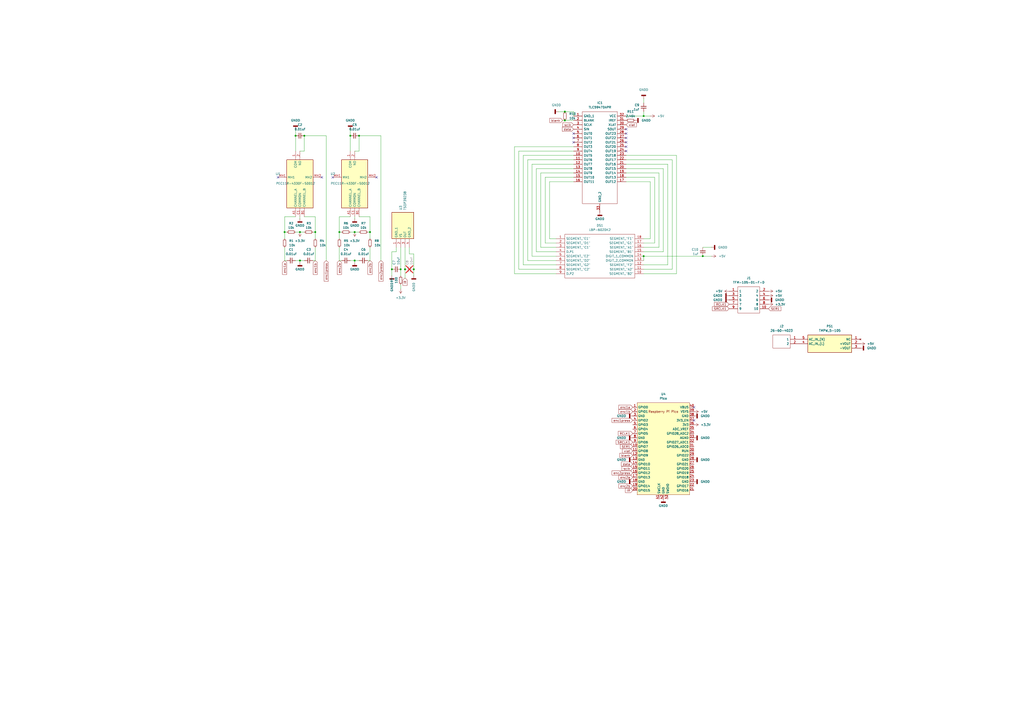
<source format=kicad_sch>
(kicad_sch (version 20231120) (generator "eeschema") (generator_version "8.0")
  (paper "A2")
  (lib_symbols
    (symbol "Device:C_Small" (pin_numbers hide) (pin_names (offset 0.254) hide)
      (property "Reference" "C" (at 0.254 1.778 0))
      (property "Value" "C_Small" (at 0.254 -2.032 0))
      (symbol "C_Small_0_1"
        (polyline (pts (xy -1.524 -0.508) (xy 1.524 -0.508)) (stroke (width 0.3302)))
        (polyline (pts (xy -1.524 0.508) (xy 1.524 0.508)) (stroke (width 0.3048)))
      )
      (symbol "C_Small_1_1"
        (pin passive line (at 0 2.54 270) (length 2.032) (name "~") (number "1"))
        (pin passive line (at 0 -2.54 90) (length 2.032) (name "~") (number "2"))
      )
    )
    (symbol "Device:R_Small" (pin_numbers hide) (pin_names (offset 0.254) hide)
      (property "Reference" "R" (at 0.762 0.508 0))
      (property "Value" "R_Small" (at 0.762 -1.016 0))
      (symbol "R_Small_0_1"
        (rectangle (start -0.762 1.778) (end 0.762 -1.778) (stroke (width 0.2032)))
      )
      (symbol "R_Small_1_1"
        (pin passive line (at 0 2.54 270) (length 0.762) (name "~") (number "1"))
        (pin passive line (at 0 -2.54 90) (length 0.762) (name "~") (number "2"))
      )
    )
    (symbol "MCU_RaspberryPi_and_Boards:Pico"
      (property "Reference" "U" (at -13.97 27.94 0))
      (property "Value" "Pico" (at 0 19.05 0))
      (symbol "Pico_0_0"
        (text "Raspberry Pi Pico" (at 0 21.59 0) (effects (font (size 1.27 1.27))))
      )
      (symbol "Pico_0_1"
        (rectangle (start -15.24 26.67) (end 15.24 -26.67) (fill (type background)))
      )
      (symbol "Pico_1_1"
        (pin bidirectional line (at -17.78 24.13 0) (length 2.54) (name "GPIO0") (number "1"))
        (pin bidirectional line (at -17.78 1.27 0) (length 2.54) (name "GPIO7") (number "10"))
        (pin bidirectional line (at -17.78 -1.27 0) (length 2.54) (name "GPIO8") (number "11"))
        (pin bidirectional line (at -17.78 -3.81 0) (length 2.54) (name "GPIO9") (number "12"))
        (pin power_in line (at -17.78 -6.35 0) (length 2.54) (name "GND") (number "13"))
        (pin bidirectional line (at -17.78 -8.89 0) (length 2.54) (name "GPIO10") (number "14"))
        (pin bidirectional line (at -17.78 -11.43 0) (length 2.54) (name "GPIO11") (number "15"))
        (pin bidirectional line (at -17.78 -13.97 0) (length 2.54) (name "GPIO12") (number "16"))
        (pin bidirectional line (at -17.78 -16.51 0) (length 2.54) (name "GPIO13") (number "17"))
        (pin power_in line (at -17.78 -19.05 0) (length 2.54) (name "GND") (number "18"))
        (pin bidirectional line (at -17.78 -21.59 0) (length 2.54) (name "GPIO14") (number "19"))
        (pin bidirectional line (at -17.78 21.59 0) (length 2.54) (name "GPIO1") (number "2"))
        (pin bidirectional line (at -17.78 -24.13 0) (length 2.54) (name "GPIO15") (number "20"))
        (pin bidirectional line (at 17.78 -24.13 180) (length 2.54) (name "GPIO16") (number "21"))
        (pin bidirectional line (at 17.78 -21.59 180) (length 2.54) (name "GPIO17") (number "22"))
        (pin power_in line (at 17.78 -19.05 180) (length 2.54) (name "GND") (number "23"))
        (pin bidirectional line (at 17.78 -16.51 180) (length 2.54) (name "GPIO18") (number "24"))
        (pin bidirectional line (at 17.78 -13.97 180) (length 2.54) (name "GPIO19") (number "25"))
        (pin bidirectional line (at 17.78 -11.43 180) (length 2.54) (name "GPIO20") (number "26"))
        (pin bidirectional line (at 17.78 -8.89 180) (length 2.54) (name "GPIO21") (number "27"))
        (pin power_in line (at 17.78 -6.35 180) (length 2.54) (name "GND") (number "28"))
        (pin bidirectional line (at 17.78 -3.81 180) (length 2.54) (name "GPIO22") (number "29"))
        (pin power_in line (at -17.78 19.05 0) (length 2.54) (name "GND") (number "3"))
        (pin input line (at 17.78 -1.27 180) (length 2.54) (name "RUN") (number "30"))
        (pin bidirectional line (at 17.78 1.27 180) (length 2.54) (name "GPIO26_ADC0") (number "31"))
        (pin bidirectional line (at 17.78 3.81 180) (length 2.54) (name "GPIO27_ADC1") (number "32"))
        (pin power_in line (at 17.78 6.35 180) (length 2.54) (name "AGND") (number "33"))
        (pin bidirectional line (at 17.78 8.89 180) (length 2.54) (name "GPIO28_ADC2") (number "34"))
        (pin power_in line (at 17.78 11.43 180) (length 2.54) (name "ADC_VREF") (number "35"))
        (pin power_in line (at 17.78 13.97 180) (length 2.54) (name "3V3") (number "36"))
        (pin input line (at 17.78 16.51 180) (length 2.54) (name "3V3_EN") (number "37"))
        (pin bidirectional line (at 17.78 19.05 180) (length 2.54) (name "GND") (number "38"))
        (pin power_in line (at 17.78 21.59 180) (length 2.54) (name "VSYS") (number "39"))
        (pin bidirectional line (at -17.78 16.51 0) (length 2.54) (name "GPIO2") (number "4"))
        (pin power_in line (at 17.78 24.13 180) (length 2.54) (name "VBUS") (number "40"))
        (pin input line (at -2.54 -29.21 90) (length 2.54) (name "SWCLK") (number "41"))
        (pin power_in line (at 0 -29.21 90) (length 2.54) (name "GND") (number "42"))
        (pin bidirectional line (at 2.54 -29.21 90) (length 2.54) (name "SWDIO") (number "43"))
        (pin bidirectional line (at -17.78 13.97 0) (length 2.54) (name "GPIO3") (number "5"))
        (pin bidirectional line (at -17.78 11.43 0) (length 2.54) (name "GPIO4") (number "6"))
        (pin bidirectional line (at -17.78 8.89 0) (length 2.54) (name "GPIO5") (number "7"))
        (pin power_in line (at -17.78 6.35 0) (length 2.54) (name "GND") (number "8"))
        (pin bidirectional line (at -17.78 3.81 0) (length 2.54) (name "GPIO6") (number "9"))
      )
    )
    (symbol "Samacsys:26-60-4023" (pin_names (offset 0.762))
      (property "Reference" "J" (at 16.51 7.62 0))
      (property "Value" "26-60-4023" (at 16.51 5.08 0))
      (symbol "26-60-4023_0_0"
        (pin passive line (at 0 -2.54 0) (length 5.08) (name "1") (number "1"))
        (pin passive line (at 0 0 0) (length 5.08) (name "2") (number "2"))
      )
      (symbol "26-60-4023_0_1"
        (polyline (pts (xy 5.08 2.54) (xy 15.24 2.54) (xy 15.24 -5.08) (xy 5.08 -5.08) (xy 5.08 2.54)) (stroke (width 0.1524)))
      )
    )
    (symbol "Samacsys:LBP-602DK2" (pin_names (offset 0.762))
      (property "Reference" "DS" (at 46.99 7.62 0))
      (property "Value" "LBP-602DK2" (at 46.99 5.08 0))
      (symbol "LBP-602DK2_0_0"
        (pin passive line (at 0 0 0) (length 5.08) (name "SEGMENT_\"E1\"") (number "1"))
        (pin passive line (at 50.8 -20.32 180) (length 5.08) (name "SEGMENT_\"B2\"") (number "10"))
        (pin passive line (at 50.8 -17.78 180) (length 5.08) (name "SEGMENT_\"A2\"") (number "11"))
        (pin passive line (at 50.8 -15.24 180) (length 5.08) (name "SEGMENT_\"F2\"") (number "12"))
        (pin passive line (at 50.8 -12.7 180) (length 5.08) (name "DIGIT_2_COMMON") (number "13"))
        (pin passive line (at 50.8 -10.16 180) (length 5.08) (name "DIGIT_1_COMMON") (number "14"))
        (pin passive line (at 50.8 -7.62 180) (length 5.08) (name "SEGMENT_\"B1\"") (number "15"))
        (pin passive line (at 50.8 -5.08 180) (length 5.08) (name "SEGMENT_\"A1\"") (number "16"))
        (pin passive line (at 50.8 -2.54 180) (length 5.08) (name "SEGMENT_\"G1\"") (number "17"))
        (pin passive line (at 50.8 0 180) (length 5.08) (name "SEGMENT_\"F1\"") (number "18"))
        (pin passive line (at 0 -2.54 0) (length 5.08) (name "SEGMENT_\"D1\"") (number "2"))
        (pin passive line (at 0 -5.08 0) (length 5.08) (name "SEGMENT_\"C1\"") (number "3"))
        (pin passive line (at 0 -7.62 0) (length 5.08) (name "D.P1") (number "4"))
        (pin passive line (at 0 -10.16 0) (length 5.08) (name "SEGMENT_\"E2\"") (number "5"))
        (pin passive line (at 0 -12.7 0) (length 5.08) (name "SEGMENT_\"D2\"") (number "6"))
        (pin passive line (at 0 -15.24 0) (length 5.08) (name "SEGMENT_\"G2\"") (number "7"))
        (pin passive line (at 0 -17.78 0) (length 5.08) (name "SEGMENT_\"C2\"") (number "8"))
        (pin passive line (at 0 -20.32 0) (length 5.08) (name "D.P2") (number "9"))
      )
      (symbol "LBP-602DK2_0_1"
        (polyline (pts (xy 5.08 2.54) (xy 45.72 2.54) (xy 45.72 -22.86) (xy 5.08 -22.86) (xy 5.08 2.54)) (stroke (width 0.1524)))
      )
    )
    (symbol "Samacsys:TFM-105-01-F-D" (pin_names (offset 0.762))
      (property "Reference" "J" (at 19.05 7.62 0))
      (property "Value" "TFM-105-01-F-D" (at 19.05 5.08 0))
      (symbol "TFM-105-01-F-D_0_0"
        (pin passive line (at 0 0 0) (length 5.08) (name "1") (number "1"))
        (pin passive line (at 22.86 -10.16 180) (length 5.08) (name "10") (number "10"))
        (pin passive line (at 22.86 0 180) (length 5.08) (name "2") (number "2"))
        (pin passive line (at 0 -2.54 0) (length 5.08) (name "3") (number "3"))
        (pin passive line (at 22.86 -2.54 180) (length 5.08) (name "4") (number "4"))
        (pin passive line (at 0 -5.08 0) (length 5.08) (name "5") (number "5"))
        (pin passive line (at 22.86 -5.08 180) (length 5.08) (name "6") (number "6"))
        (pin passive line (at 0 -7.62 0) (length 5.08) (name "7") (number "7"))
        (pin passive line (at 22.86 -7.62 180) (length 5.08) (name "8") (number "8"))
        (pin passive line (at 0 -10.16 0) (length 5.08) (name "9") (number "9"))
      )
      (symbol "TFM-105-01-F-D_0_1"
        (polyline (pts (xy 5.08 2.54) (xy 17.78 2.54) (xy 17.78 -12.7) (xy 5.08 -12.7) (xy 5.08 2.54)) (stroke (width 0.1524)))
      )
    )
    (symbol "Samacsys:TLC5947DAPR" (pin_names (offset 0.762))
      (property "Reference" "IC" (at 26.67 7.62 0))
      (property "Value" "TLC5947DAPR" (at 26.67 5.08 0))
      (symbol "TLC5947DAPR_0_0"
        (pin power_in line (at 0 0 0) (length 5.08) (name "GND_1") (number "1"))
        (pin output line (at 0 -22.86 0) (length 5.08) (name "OUT5") (number "10"))
        (pin output line (at 0 -25.4 0) (length 5.08) (name "OUT6") (number "11"))
        (pin output line (at 0 -27.94 0) (length 5.08) (name "OUT7") (number "12"))
        (pin output line (at 0 -30.48 0) (length 5.08) (name "OUT8") (number "13"))
        (pin output line (at 0 -33.02 0) (length 5.08) (name "OUT9") (number "14"))
        (pin output line (at 0 -35.56 0) (length 5.08) (name "OUT10") (number "15"))
        (pin output line (at 0 -38.1 0) (length 5.08) (name "OUT11") (number "16"))
        (pin output line (at 30.48 -38.1 180) (length 5.08) (name "OUT12") (number "17"))
        (pin output line (at 30.48 -35.56 180) (length 5.08) (name "OUT13") (number "18"))
        (pin output line (at 30.48 -33.02 180) (length 5.08) (name "OUT14") (number "19"))
        (pin input line (at 0 -2.54 0) (length 5.08) (name "BLANK") (number "2"))
        (pin output line (at 30.48 -30.48 180) (length 5.08) (name "OUT15") (number "20"))
        (pin output line (at 30.48 -27.94 180) (length 5.08) (name "OUT16") (number "21"))
        (pin output line (at 30.48 -25.4 180) (length 5.08) (name "OUT17") (number "22"))
        (pin output line (at 30.48 -22.86 180) (length 5.08) (name "OUT18") (number "23"))
        (pin output line (at 30.48 -20.32 180) (length 5.08) (name "OUT19") (number "24"))
        (pin output line (at 30.48 -17.78 180) (length 5.08) (name "OUT20") (number "25"))
        (pin output line (at 30.48 -15.24 180) (length 5.08) (name "OUT21") (number "26"))
        (pin output line (at 30.48 -12.7 180) (length 5.08) (name "OUT22") (number "27"))
        (pin output line (at 30.48 -10.16 180) (length 5.08) (name "OUT23") (number "28"))
        (pin output line (at 30.48 -7.62 180) (length 5.08) (name "SOUT") (number "29"))
        (pin input line (at 0 -5.08 0) (length 5.08) (name "SCLK") (number "3"))
        (pin input line (at 30.48 -5.08 180) (length 5.08) (name "XLAT") (number "30"))
        (pin input line (at 30.48 -2.54 180) (length 5.08) (name "IREF") (number "31"))
        (pin power_in line (at 30.48 0 180) (length 5.08) (name "VCC") (number "32"))
        (pin power_in line (at 15.24 -55.88 90) (length 5.08) (name "GND_2") (number "33"))
        (pin input line (at 0 -7.62 0) (length 5.08) (name "SIN") (number "4"))
        (pin output line (at 0 -10.16 0) (length 5.08) (name "OUT0") (number "5"))
        (pin output line (at 0 -12.7 0) (length 5.08) (name "OUT1") (number "6"))
        (pin output line (at 0 -15.24 0) (length 5.08) (name "OUT2") (number "7"))
        (pin output line (at 0 -17.78 0) (length 5.08) (name "OUT3") (number "8"))
        (pin output line (at 0 -20.32 0) (length 5.08) (name "OUT4") (number "9"))
      )
      (symbol "TLC5947DAPR_0_1"
        (polyline (pts (xy 5.08 2.54) (xy 25.4 2.54) (xy 25.4 -50.8) (xy 5.08 -50.8) (xy 5.08 2.54)) (stroke (width 0.1524)))
      )
    )
    (symbol "Samacsys_kicad_sym:PEC11R-4330F-S0012"
      (property "Reference" "U" (at 21.59 15.24 0))
      (property "Value" "PEC11R-4330F-S0012" (at 21.59 12.7 0))
      (symbol "PEC11R-4330F-S0012_1_1"
        (rectangle (start 5.08 10.16) (end 20.32 -17.78) (stroke (width 0.254)) (fill (type background)))
        (pin passive line (at 10.16 15.24 270) (length 5.08) (name "COM") (number "1"))
        (pin passive line (at 12.7 15.24 270) (length 5.08) (name "NO") (number "2"))
        (pin passive line (at 10.16 -22.86 90) (length 5.08) (name "CHANNEL_A") (number "A1"))
        (pin passive line (at 15.24 -22.86 90) (length 5.08) (name "CHANNEL_B") (number "B1"))
        (pin passive line (at 12.7 -22.86 90) (length 5.08) (name "COMMON") (number "C1"))
        (pin passive line (at 0 0 0) (length 5.08) (name "MH1") (number "MH1"))
        (pin passive line (at 25.4 0 180) (length 5.08) (name "MH2") (number "MH2"))
      )
    )
    (symbol "Samacsys_kicad_sym:TMPW_5-105"
      (property "Reference" "PS" (at 31.75 7.62 0))
      (property "Value" "TMPW_5-105" (at 31.75 5.08 0))
      (symbol "TMPW_5-105_1_1"
        (rectangle (start 5.08 2.54) (end 30.48 -7.62) (stroke (width 0.254)) (fill (type background)))
        (pin no_connect line (at 35.56 0 180) (length 5.08) (name "NC") (number "1"))
        (pin passive line (at 35.56 -2.54 180) (length 5.08) (name "+VOUT") (number "2"))
        (pin passive line (at 35.56 -5.08 180) (length 5.08) (name "-VOUT") (number "3"))
        (pin passive line (at 0 -2.54 0) (length 5.08) (name "AC_IN_(L)") (number "4"))
        (pin passive line (at 0 0 0) (length 5.08) (name "AC_IN_(N)") (number "5"))
      )
    )
    (symbol "Samacsys_kicad_sym:TSOP39238"
      (property "Reference" "U" (at 21.59 7.62 0))
      (property "Value" "TSOP39238" (at 21.59 5.08 0))
      (symbol "TSOP39238_1_1"
        (rectangle (start 5.08 2.54) (end 20.32 -10.16) (stroke (width 0.254)) (fill (type background)))
        (pin passive line (at 0 0 0) (length 5.08) (name "GND_1") (number "1"))
        (pin passive line (at 0 -2.54 0) (length 5.08) (name "VS") (number "2"))
        (pin passive line (at 0 -5.08 0) (length 5.08) (name "OUT") (number "3"))
        (pin passive line (at 0 -7.62 0) (length 5.08) (name "GND_2") (number "4"))
      )
    )
    (symbol "power:+3.3V" (power) (pin_numbers hide) (pin_names (offset 0) hide)
      (property "Value" "+3.3V" (at 0 3.556 0))
      (symbol "+3.3V_0_1"
        (polyline (pts (xy -0.762 1.27) (xy 0 2.54)))
        (polyline (pts (xy 0 0) (xy 0 2.54)))
        (polyline (pts (xy 0 2.54) (xy 0.762 1.27)))
      )
      (symbol "+3.3V_1_1"
        (pin power_in line (at 0 0 90) (length 0) (name "~") (number "1"))
      )
    )
    (symbol "power:+5V" (power) (pin_numbers hide) (pin_names (offset 0) hide)
      (property "Value" "+5V" (at 0 3.556 0))
      (symbol "+5V_0_1"
        (polyline (pts (xy -0.762 1.27) (xy 0 2.54)))
        (polyline (pts (xy 0 0) (xy 0 2.54)))
        (polyline (pts (xy 0 2.54) (xy 0.762 1.27)))
      )
      (symbol "+5V_1_1"
        (pin power_in line (at 0 0 90) (length 0) (name "~") (number "1"))
      )
    )
    (symbol "power:GNDD" (power) (pin_numbers hide) (pin_names (offset 0) hide)
      (property "Value" "GNDD" (at 0 -3.175 0))
      (symbol "GNDD_0_1"
        (rectangle (start -1.27 -1.524) (end 1.27 -2.032) (stroke (width 0.254)) (fill (type outline)))
        (polyline (pts (xy 0 0) (xy 0 -1.524)))
      )
      (symbol "GNDD_1_1"
        (pin power_in line (at 0 0 270) (length 0) (name "~") (number "1"))
      )
    )
  )
  (junction (at 196.85 134.62))
  (junction (at 208.28 78.74))
  (junction (at 182.88 134.62))
  (junction (at 214.63 134.62))
  (junction (at 407.67 148.59))
  (junction (at 203.2 78.74))
  (junction (at 171.45 78.74))
  (junction (at 173.99 134.62))
  (junction (at 373.38 148.59))
  (junction (at 205.74 151.13))
  (junction (at 165.1 134.62))
  (junction (at 227.33 156.21))
  (junction (at 327.66 64.77))
  (junction (at 240.03 156.21))
  (junction (at 373.38 67.31))
  (junction (at 327.66 69.85))
  (junction (at 173.99 151.13))
  (junction (at 205.74 134.62))
  (junction (at 234.95 156.21))
  (junction (at 176.53 78.74))
  (junction (at 232.41 156.21))
  (no_connect (at 363.22 77.47))
  (no_connect (at 332.74 80.01))
  (no_connect (at 193.04 102.87))
  (no_connect (at 363.22 74.93))
  (no_connect (at 402.59 236.22))
  (no_connect (at 332.74 77.47))
  (no_connect (at 363.22 82.55))
  (no_connect (at 186.69 102.87))
  (no_connect (at 363.22 87.63))
  (no_connect (at 161.29 102.87))
  (no_connect (at 402.59 243.84))
  (no_connect (at 218.44 102.87))
  (no_connect (at 332.74 82.55))
  (no_connect (at 363.22 85.09))
  (no_connect (at 363.22 80.01))
  (wire (pts (xy 171.45 74.93) (xy 171.45 78.74)))
  (wire (pts (xy 165.1 151.13) (xy 166.37 151.13)))
  (wire (pts (xy 173.99 151.13) (xy 173.99 152.4)))
  (wire (pts (xy 332.74 64.77) (xy 332.74 67.31)))
  (wire (pts (xy 363.22 67.31) (xy 373.38 67.31)))
  (wire (pts (xy 232.41 156.21) (xy 232.41 160.02)))
  (wire (pts (xy 205.74 134.62) (xy 208.28 134.62)))
  (wire (pts (xy 373.38 138.43) (xy 377.19 138.43)))
  (wire (pts (xy 196.85 125.73) (xy 196.85 134.62)))
  (wire (pts (xy 196.85 151.13) (xy 198.12 151.13)))
  (wire (pts (xy 196.85 143.51) (xy 196.85 151.13)))
  (wire (pts (xy 379.73 140.97) (xy 373.38 140.97)))
  (wire (pts (xy 389.89 156.21) (xy 389.89 92.71)))
  (wire (pts (xy 234.95 156.21) (xy 234.95 161.29)))
  (wire (pts (xy 412.75 148.59) (xy 407.67 148.59)))
  (wire (pts (xy 173.99 125.73) (xy 173.99 127)))
  (wire (pts (xy 214.63 143.51) (xy 214.63 151.13)))
  (wire (pts (xy 387.35 95.25) (xy 387.35 153.67)))
  (wire (pts (xy 298.45 158.75) (xy 322.58 158.75)))
  (wire (pts (xy 373.38 57.15) (xy 373.38 59.69)))
  (wire (pts (xy 165.1 125.73) (xy 165.1 134.62)))
  (wire (pts (xy 176.53 78.74) (xy 189.23 78.74)))
  (wire (pts (xy 308.61 95.25) (xy 332.74 95.25)))
  (wire (pts (xy 214.63 151.13) (xy 213.36 151.13)))
  (wire (pts (xy 327.66 64.77) (xy 332.74 64.77)))
  (wire (pts (xy 171.45 78.74) (xy 171.45 87.63)))
  (wire (pts (xy 171.45 151.13) (xy 173.99 151.13)))
  (wire (pts (xy 322.58 148.59) (xy 308.61 148.59)))
  (wire (pts (xy 240.03 160.02) (xy 240.03 156.21)))
  (wire (pts (xy 373.38 67.31) (xy 377.19 67.31)))
  (wire (pts (xy 181.61 134.62) (xy 182.88 134.62)))
  (wire (pts (xy 240.03 147.32) (xy 237.49 147.32)))
  (wire (pts (xy 182.88 134.62) (xy 182.88 138.43)))
  (wire (pts (xy 203.2 74.93) (xy 203.2 78.74)))
  (wire (pts (xy 392.43 90.17) (xy 392.43 158.75)))
  (wire (pts (xy 389.89 92.71) (xy 363.22 92.71)))
  (wire (pts (xy 208.28 125.73) (xy 214.63 125.73)))
  (wire (pts (xy 392.43 158.75) (xy 373.38 158.75)))
  (wire (pts (xy 227.33 146.05) (xy 227.33 156.21)))
  (wire (pts (xy 173.99 134.62) (xy 176.53 134.62)))
  (wire (pts (xy 237.49 147.32) (xy 237.49 143.51)))
  (wire (pts (xy 205.74 87.63) (xy 208.28 87.63)))
  (wire (pts (xy 165.1 134.62) (xy 165.1 138.43)))
  (wire (pts (xy 182.88 125.73) (xy 182.88 134.62)))
  (wire (pts (xy 322.58 143.51) (xy 313.69 143.51)))
  (wire (pts (xy 308.61 148.59) (xy 308.61 95.25)))
  (wire (pts (xy 311.15 146.05) (xy 311.15 97.79)))
  (wire (pts (xy 176.53 87.63) (xy 176.53 78.74)))
  (wire (pts (xy 229.87 146.05) (xy 229.87 143.51)))
  (wire (pts (xy 203.2 134.62) (xy 205.74 134.62)))
  (wire (pts (xy 377.19 138.43) (xy 377.19 105.41)))
  (wire (pts (xy 203.2 125.73) (xy 196.85 125.73)))
  (wire (pts (xy 208.28 78.74) (xy 220.98 78.74)))
  (wire (pts (xy 316.23 102.87) (xy 332.74 102.87)))
  (wire (pts (xy 208.28 151.13) (xy 205.74 151.13)))
  (wire (pts (xy 182.88 151.13) (xy 181.61 151.13)))
  (wire (pts (xy 203.2 78.74) (xy 203.2 87.63)))
  (wire (pts (xy 165.1 143.51) (xy 165.1 151.13)))
  (wire (pts (xy 232.41 165.1) (xy 232.41 167.64)))
  (wire (pts (xy 203.2 151.13) (xy 205.74 151.13)))
  (wire (pts (xy 173.99 87.63) (xy 176.53 87.63)))
  (wire (pts (xy 196.85 134.62) (xy 196.85 138.43)))
  (wire (pts (xy 379.73 102.87) (xy 379.73 140.97)))
  (wire (pts (xy 407.67 148.59) (xy 373.38 148.59)))
  (wire (pts (xy 322.58 138.43) (xy 318.77 138.43)))
  (wire (pts (xy 165.1 134.62) (xy 166.37 134.62)))
  (wire (pts (xy 382.27 100.33) (xy 382.27 143.51)))
  (wire (pts (xy 208.28 87.63) (xy 208.28 78.74)))
  (wire (pts (xy 189.23 78.74) (xy 189.23 151.13)))
  (wire (pts (xy 323.85 64.77) (xy 327.66 64.77)))
  (wire (pts (xy 205.74 125.73) (xy 205.74 127)))
  (wire (pts (xy 377.19 105.41) (xy 363.22 105.41)))
  (wire (pts (xy 306.07 151.13) (xy 306.07 92.71)))
  (wire (pts (xy 176.53 151.13) (xy 173.99 151.13)))
  (wire (pts (xy 182.88 143.51) (xy 182.88 151.13)))
  (wire (pts (xy 373.38 64.77) (xy 373.38 67.31)))
  (wire (pts (xy 322.58 146.05) (xy 311.15 146.05)))
  (wire (pts (xy 384.81 97.79) (xy 363.22 97.79)))
  (wire (pts (xy 322.58 156.21) (xy 300.99 156.21)))
  (wire (pts (xy 213.36 134.62) (xy 214.63 134.62)))
  (wire (pts (xy 327.66 69.85) (xy 332.74 69.85)))
  (wire (pts (xy 240.03 156.21) (xy 240.03 147.32)))
  (wire (pts (xy 363.22 95.25) (xy 387.35 95.25)))
  (wire (pts (xy 412.75 143.51) (xy 407.67 143.51)))
  (wire (pts (xy 373.38 146.05) (xy 384.81 146.05)))
  (wire (pts (xy 214.63 125.73) (xy 214.63 134.62)))
  (wire (pts (xy 332.74 90.17) (xy 303.53 90.17)))
  (wire (pts (xy 298.45 85.09) (xy 298.45 158.75)))
  (wire (pts (xy 387.35 153.67) (xy 373.38 153.67)))
  (wire (pts (xy 227.33 156.21) (xy 227.33 160.02)))
  (wire (pts (xy 318.77 138.43) (xy 318.77 105.41)))
  (wire (pts (xy 303.53 90.17) (xy 303.53 153.67)))
  (wire (pts (xy 322.58 151.13) (xy 306.07 151.13)))
  (wire (pts (xy 220.98 78.74) (xy 220.98 151.13)))
  (wire (pts (xy 373.38 156.21) (xy 389.89 156.21)))
  (wire (pts (xy 373.38 151.13) (xy 373.38 148.59)))
  (wire (pts (xy 318.77 105.41) (xy 332.74 105.41)))
  (wire (pts (xy 326.39 69.85) (xy 327.66 69.85)))
  (wire (pts (xy 322.58 140.97) (xy 316.23 140.97)))
  (wire (pts (xy 363.22 102.87) (xy 379.73 102.87)))
  (wire (pts (xy 205.74 151.13) (xy 205.74 152.4)))
  (wire (pts (xy 227.33 146.05) (xy 229.87 146.05)))
  (wire (pts (xy 306.07 92.71) (xy 332.74 92.71)))
  (wire (pts (xy 176.53 125.73) (xy 182.88 125.73)))
  (wire (pts (xy 300.99 87.63) (xy 332.74 87.63)))
  (wire (pts (xy 303.53 153.67) (xy 322.58 153.67)))
  (wire (pts (xy 382.27 143.51) (xy 373.38 143.51)))
  (wire (pts (xy 363.22 100.33) (xy 382.27 100.33)))
  (wire (pts (xy 313.69 100.33) (xy 332.74 100.33)))
  (wire (pts (xy 300.99 156.21) (xy 300.99 87.63)))
  (wire (pts (xy 316.23 140.97) (xy 316.23 102.87)))
  (wire (pts (xy 384.81 146.05) (xy 384.81 97.79)))
  (wire (pts (xy 313.69 143.51) (xy 313.69 100.33)))
  (wire (pts (xy 363.22 90.17) (xy 392.43 90.17)))
  (wire (pts (xy 214.63 134.62) (xy 214.63 138.43)))
  (wire (pts (xy 332.74 85.09) (xy 298.45 85.09)))
  (wire (pts (xy 234.95 156.21) (xy 234.95 143.51)))
  (wire (pts (xy 171.45 134.62) (xy 173.99 134.62)))
  (wire (pts (xy 311.15 97.79) (xy 332.74 97.79)))
  (wire (pts (xy 171.45 125.73) (xy 165.1 125.73)))
  (wire (pts (xy 196.85 134.62) (xy 198.12 134.62)))
  (wire (pts (xy 232.41 156.21) (xy 232.41 143.51)))
  (global_label "blank" (shape input) (at 326.39 69.85 180) (property "Intersheetrefs" "${INTERSHEET_REFS}" (effects (hide yes))))
  (global_label "IR" (shape input) (at 234.95 161.29 270) (property "Intersheetrefs" "${INTERSHEET_REFS}" (effects (hide yes))))
  (global_label "xlat" (shape input) (at 363.22 72.39 0) (property "Intersheetrefs" "${INTERSHEET_REFS}" (effects (hide yes))))
  (global_label "IR" (shape input) (at 367.03 284.48 180) (property "Intersheetrefs" "${INTERSHEET_REFS}" (effects (hide yes))))
  (global_label "sclk" (shape input) (at 332.74 72.39 180) (property "Intersheetrefs" "${INTERSHEET_REFS}" (effects (hide yes))))
  (global_label "enc1b" (shape input) (at 182.88 151.13 270) (property "Intersheetrefs" "${INTERSHEET_REFS}" (effects (hide yes))))
  (global_label "RCLK1" (shape input) (at 422.91 176.53 180) (property "Intersheetrefs" "${INTERSHEET_REFS}" (effects (hide yes))))
  (global_label "enc1press" (shape input) (at 189.23 151.13 270) (property "Intersheetrefs" "${INTERSHEET_REFS}" (effects (hide yes))))
  (global_label "enc1b" (shape input) (at 367.03 238.76 180) (property "Intersheetrefs" "${INTERSHEET_REFS}" (effects (hide yes))))
  (global_label "enc2a" (shape input) (at 196.85 151.13 270) (property "Intersheetrefs" "${INTERSHEET_REFS}" (effects (hide yes))))
  (global_label "xlat" (shape input) (at 367.03 261.62 180) (property "Intersheetrefs" "${INTERSHEET_REFS}" (effects (hide yes))))
  (global_label "SRCLK1" (shape input) (at 422.91 179.07 180) (property "Intersheetrefs" "${INTERSHEET_REFS}" (effects (hide yes))))
  (global_label "blank" (shape input) (at 367.03 264.16 180) (property "Intersheetrefs" "${INTERSHEET_REFS}" (effects (hide yes))))
  (global_label "enc1a" (shape input) (at 367.03 236.22 180) (property "Intersheetrefs" "${INTERSHEET_REFS}" (effects (hide yes))))
  (global_label "SRCLK1" (shape input) (at 367.03 256.54 180) (property "Intersheetrefs" "${INTERSHEET_REFS}" (effects (hide yes))))
  (global_label "enc2b" (shape input) (at 214.63 151.13 270) (property "Intersheetrefs" "${INTERSHEET_REFS}" (effects (hide yes))))
  (global_label "data" (shape input) (at 367.03 269.24 180) (property "Intersheetrefs" "${INTERSHEET_REFS}" (effects (hide yes))))
  (global_label "enc2press" (shape input) (at 367.03 274.32 180) (property "Intersheetrefs" "${INTERSHEET_REFS}" (effects (hide yes))))
  (global_label "RCLK1" (shape input) (at 367.03 251.46 180) (property "Intersheetrefs" "${INTERSHEET_REFS}" (effects (hide yes))))
  (global_label "SER1" (shape input) (at 445.77 179.07 0) (property "Intersheetrefs" "${INTERSHEET_REFS}" (effects (hide yes))))
  (global_label "enc2b" (shape input) (at 367.03 281.94 180) (property "Intersheetrefs" "${INTERSHEET_REFS}" (effects (hide yes))))
  (global_label "enc1a" (shape input) (at 165.1 151.13 270) (property "Intersheetrefs" "${INTERSHEET_REFS}" (effects (hide yes))))
  (global_label "enc1press" (shape input) (at 367.03 243.84 180) (property "Intersheetrefs" "${INTERSHEET_REFS}" (effects (hide yes))))
  (global_label "SER1" (shape input) (at 367.03 259.08 180) (property "Intersheetrefs" "${INTERSHEET_REFS}" (effects (hide yes))))
  (global_label "enc2a" (shape input) (at 367.03 276.86 180) (property "Intersheetrefs" "${INTERSHEET_REFS}" (effects (hide yes))))
  (global_label "sclk" (shape input) (at 367.03 271.78 180) (property "Intersheetrefs" "${INTERSHEET_REFS}" (effects (hide yes))))
  (global_label "data" (shape input) (at 332.74 74.93 180) (property "Intersheetrefs" "${INTERSHEET_REFS}" (effects (hide yes))))
  (global_label "enc2press" (shape input) (at 220.98 151.13 270) (property "Intersheetrefs" "${INTERSHEET_REFS}" (effects (hide yes))))
  (symbol (lib_id "power:GNDD") (at 323.85 64.77 270) (mirror x) (unit 1)
    (property "Reference" "#PWR012" (effects (hide yes)))
    (property "Value" "GNDD" (at 322.7705 60.96 90))
    (property "Description" "Power symbol creates a global label with name \"GNDD\" , digital ground" (effects (hide yes)))
  )
  (symbol (lib_id "power:GNDD") (at 227.33 160.02 0) (unit 1)
    (property "Reference" "#PWR09" (effects (hide yes)))
    (property "Value" "GNDD" (at 227.3299 163.83 90) (effects (justify right)))
    (property "Description" "Power symbol creates a global label with name \"GNDD\" , digital ground" (effects (hide yes)))
  )
  (symbol (lib_id "Device:R_Small") (at 365.76 69.85 90) (unit 1)
    (property "Reference" "R11" (at 365.76 64.77 90))
    (property "Value" "2.46k" (at 365.76 67.31 90))
    (property "Footprint" "Resistor_SMD:R_1206_3216Metric" (effects (hide yes)))
    (property "Description" "Resistor, small symbol" (effects (hide yes)))
  )
  (symbol (lib_id "power:+5V") (at 377.19 67.31 270) (mirror x) (unit 1)
    (property "Reference" "#PWR020" (effects (hide yes)))
    (property "Value" "+5V" (at 381.254 67.31 90) (effects (justify left)))
    (property "Description" "Power symbol creates a global label with name \"+5V\"" (effects (hide yes)))
  )
  (symbol (lib_id "Device:C_Small") (at 168.91 151.13 270) (unit 1)
    (property "Reference" "C1" (at 168.9036 144.78 90))
    (property "Value" "0.01uf" (at 168.9036 147.32 90))
    (property "Footprint" "Capacitor_SMD:C_1206_3216Metric" (effects (hide yes)))
    (property "Description" "Unpolarized capacitor, small symbol" (effects (hide yes)))
  )
  (symbol (lib_id "power:GNDD") (at 402.59 241.3 90) (unit 1)
    (property "Reference" "#PWR023" (effects (hide yes)))
    (property "Value" "GNDD" (at 406.4 241.2999 90) (effects (justify right)))
    (property "Description" "Power symbol creates a global label with name \"GNDD\" , digital ground" (effects (hide yes)))
  )
  (symbol (lib_id "power:GNDD") (at 412.75 143.51 90) (mirror x) (unit 1)
    (property "Reference" "#PWR028" (effects (hide yes)))
    (property "Value" "GNDD" (at 416.56 143.5099 90) (effects (justify right)))
    (property "Description" "Power symbol creates a global label with name \"GNDD\" , digital ground" (effects (hide yes)))
  )
  (symbol (lib_id "power:GNDD") (at 171.45 74.93 180) (unit 1)
    (property "Reference" "#PWR01" (effects (hide yes)))
    (property "Value" "GNDD" (at 171.45 69.85 0))
    (property "Description" "Power symbol creates a global label with name \"GNDD\" , digital ground" (effects (hide yes)))
  )
  (symbol (lib_id "Device:C_Small") (at 407.67 146.05 0) (mirror x) (unit 1)
    (property "Reference" "C10" (at 405.13 144.7735 0) (effects (justify right)))
    (property "Value" "1uf" (at 405.13 147.3135 0) (effects (justify right)))
    (property "Footprint" "Capacitor_SMD:C_1206_3216Metric" (effects (hide yes)))
    (property "Description" "Unpolarized capacitor, small symbol" (effects (hide yes)))
  )
  (symbol (lib_id "Device:R_Small") (at 179.07 134.62 90) (unit 1)
    (property "Reference" "R3" (at 179.07 129.54 90))
    (property "Value" "10k" (at 179.07 132.08 90))
    (property "Footprint" "Resistor_SMD:R_1206_3216Metric" (effects (hide yes)))
    (property "Description" "Resistor, small symbol" (effects (hide yes)))
  )
  (symbol (lib_id "Samacsys_kicad_sym:PEC11R-4330F-S0012") (at 161.29 102.87 0) (unit 1)
    (property "Reference" "U1" (at 161.29 100.838 0))
    (property "Value" "PEC11R-4330F-S0012" (at 171.45 106.426 0))
    (property "Footprint" "Samacsys:PEC11R4330FS0012" (effects (hide yes)))
    (property "Datasheet" "https://www.bourns.com/docs/Product-Datasheets/PEC11R.pdf" (effects (hide yes)))
    (property "Description" "ROTARY ENCODER MECHANICAL 12PPR" (effects (hide yes)))
    (property "Height" "36.5" (effects (hide yes)))
    (property "Mouser Part Number" "652-PEC11R4330FS0012" (effects (hide yes)))
    (property "Mouser Price/Stock" "https://www.mouser.co.uk/ProductDetail/Bourns/PEC11R-4330F-S0012?qs=%252B9%2Fcbd0IE0RCHTG2%2FQqLhg%3D%3D" (effects (hide yes)))
    (property "Manufacturer_Name" "Bourns" (effects (hide yes)))
    (property "Manufacturer_Part_Number" "PEC11R-4330F-S0012" (effects (hide yes)))
  )
  (symbol (lib_id "Device:R_Small") (at 182.88 140.97 0) (unit 1)
    (property "Reference" "R4" (at 185.42 139.6999 0) (effects (justify left)))
    (property "Value" "10k" (at 185.42 142.2399 0) (effects (justify left)))
    (property "Footprint" "Resistor_SMD:R_1206_3216Metric" (effects (hide yes)))
    (property "Description" "Resistor, small symbol" (effects (hide yes)))
  )
  (symbol (lib_id "power:GNDD") (at 173.99 152.4 0) (unit 1)
    (property "Reference" "#PWR04" (effects (hide yes)))
    (property "Value" "GNDD" (at 173.99 156.21 0))
    (property "Description" "Power symbol creates a global label with name \"GNDD\" , digital ground" (effects (hide yes)))
  )
  (symbol (lib_id "Device:C_Small") (at 229.87 156.21 90) (unit 1)
    (property "Reference" "C7" (at 228.6062 153.67 0) (effects (justify left)))
    (property "Value" "10uf" (at 231.1462 153.67 0) (effects (justify left)))
    (property "Footprint" "Capacitor_SMD:C_1206_3216Metric" (effects (hide yes)))
    (property "Description" "Unpolarized capacitor, small symbol" (effects (hide yes)))
  )
  (symbol (lib_id "Device:R_Small") (at 165.1 140.97 0) (unit 1)
    (property "Reference" "R1" (at 167.64 139.6999 0) (effects (justify left)))
    (property "Value" "10k" (at 167.64 142.2399 0) (effects (justify left)))
    (property "Footprint" "Resistor_SMD:R_1206_3216Metric" (effects (hide yes)))
    (property "Description" "Resistor, small symbol" (effects (hide yes)))
  )
  (symbol (lib_id "Device:R_Small") (at 200.66 134.62 90) (unit 1)
    (property "Reference" "R6" (at 200.66 129.54 90))
    (property "Value" "10k" (at 200.66 132.08 90))
    (property "Footprint" "Resistor_SMD:R_1206_3216Metric" (effects (hide yes)))
    (property "Description" "Resistor, small symbol" (effects (hide yes)))
  )
  (symbol (lib_id "Samacsys_kicad_sym:TMPW_5-105") (at 463.55 196.85 0) (unit 1)
    (property "Reference" "PS1" (at 481.33 189.23 0))
    (property "Value" "TMPW_5-105" (at 481.33 191.77 0))
    (property "Footprint" "Samacsys:TMPW5112" (effects (hide yes)))
    (property "Datasheet" "https://tracopower.com/tmpw5-datasheet/" (effects (hide yes)))
    (property "Description" "5 Watt AC/DC modules, industrial/household, 90-305 VAC input, 4000 VAC isolation, encapsulated, PCB mount, 1.46\" x 1.08\"" (effects (hide yes)))
    (property "Height" "18" (effects (hide yes)))
    (property "Mouser Part Number" "495-TMPW5-105" (effects (hide yes)))
    (property "Mouser Price/Stock" "https://www.mouser.co.uk/ProductDetail/TRACO-Power/TMPW-5-105?qs=W%2FMpXkg%252BdQ72pS3cRTQBnA%3D%3D" (effects (hide yes)))
    (property "Manufacturer_Name" "Traco Power" (effects (hide yes)))
    (property "Manufacturer_Part_Number" "TMPW 5-105" (effects (hide yes)))
  )
  (symbol (lib_id "power:+5V") (at 422.91 168.91 90) (unit 1)
    (property "Reference" "#PWR036" (effects (hide yes)))
    (property "Value" "+5V" (at 419.1 168.9099 90) (effects (justify left)))
    (property "Description" "Power symbol creates a global label with name \"+5V\"" (effects (hide yes)))
  )
  (symbol (lib_id "Device:R_Small") (at 232.41 162.56 180) (unit 1)
    (property "Reference" "R9" (at 227.33 162.56 90))
    (property "Value" "100" (at 229.87 162.56 90))
    (property "Footprint" "Resistor_SMD:R_1206_3216Metric" (effects (hide yes)))
    (property "Description" "Resistor, small symbol" (effects (hide yes)))
  )
  (symbol (lib_id "power:GNDD") (at 173.99 127 0) (unit 1)
    (property "Reference" "#PWR02" (effects (hide yes)))
    (property "Value" "GNDD" (at 173.99 130.81 0))
    (property "Description" "Power symbol creates a global label with name \"GNDD\" , digital ground" (effects (hide yes)))
  )
  (symbol (lib_id "power:+5V") (at 412.75 148.59 270) (unit 1)
    (property "Reference" "#PWR029" (effects (hide yes)))
    (property "Value" "+5V" (at 416.814 148.59 90) (effects (justify left)))
    (property "Description" "Power symbol creates a global label with name \"+5V\"" (effects (hide yes)))
  )
  (symbol (lib_id "Samacsys:TFM-105-01-F-D") (at 422.91 168.91 0) (unit 1)
    (property "Reference" "J1" (at 434.34 161.29 0))
    (property "Value" "TFM-105-01-F-D" (at 434.34 163.83 0))
    (property "Footprint" "Samacsys:TFM-105-XX-YYY-D" (effects (hide yes)))
    (property "Datasheet" "https://componentsearchengine.com/Datasheets/1/TFM-105-01-F-D.pdf" (effects (hide yes)))
    (property "Description" "High-Reliability Tiger Eye&trade; Terminal Strips, .050&quot; Pitch" (effects (hide yes)))
    (property "Description_1" "High-Reliability Tiger Eye&trade; Terminal Strips, .050&quot; Pitch" (effects (hide yes)))
    (property "Mouser Part Number" "200-TFM10501FD" (effects (hide yes)))
    (property "Mouser Price/Stock" "https://www.mouser.com/Search/Refine.aspx?Keyword=200-TFM10501FD" (effects (hide yes)))
    (property "Manufacturer_Name" "SAMTEC" (effects (hide yes)))
    (property "Manufacturer_Part_Number" "TFM-105-01-F-D" (effects (hide yes)))
  )
  (symbol (lib_id "power:+5V") (at 445.77 171.45 270) (unit 1)
    (property "Reference" "#PWR038" (effects (hide yes)))
    (property "Value" "+5V" (at 449.58 171.4499 90) (effects (justify left)))
    (property "Description" "Power symbol creates a global label with name \"+5V\"" (effects (hide yes)))
  )
  (symbol (lib_id "Device:R_Small") (at 168.91 134.62 90) (unit 1)
    (property "Reference" "R2" (at 168.91 129.54 90))
    (property "Value" "10k" (at 168.91 132.08 90))
    (property "Footprint" "Resistor_SMD:R_1206_3216Metric" (effects (hide yes)))
    (property "Description" "Resistor, small symbol" (effects (hide yes)))
  )
  (symbol (lib_id "power:GNDD") (at 499.11 201.93 90) (unit 1)
    (property "Reference" "#PWR031" (effects (hide yes)))
    (property "Value" "GNDD" (at 502.92 201.9299 90) (effects (justify right)))
    (property "Description" "Power symbol creates a global label with name \"GNDD\" , digital ground" (effects (hide yes)))
  )
  (symbol (lib_id "power:+3.3V") (at 205.74 134.62 180) (unit 1)
    (property "Reference" "#PWR07" (effects (hide yes)))
    (property "Value" "+3.3V" (at 205.74 139.7 0))
    (property "Description" "Power symbol creates a global label with name \"+3.3V\"" (effects (hide yes)))
  )
  (symbol (lib_id "power:GNDD") (at 402.59 266.7 90) (unit 1)
    (property "Reference" "#PWR026" (effects (hide yes)))
    (property "Value" "GNDD" (at 406.4 266.6999 90) (effects (justify right)))
    (property "Description" "Power symbol creates a global label with name \"GNDD\" , digital ground" (effects (hide yes)))
  )
  (symbol (lib_id "power:GNDD") (at 240.03 160.02 0) (unit 1)
    (property "Reference" "#PWR011" (effects (hide yes)))
    (property "Value" "GNDD" (at 240.0299 163.83 90) (effects (justify right)))
    (property "Description" "Power symbol creates a global label with name \"GNDD\" , digital ground" (effects (hide yes)))
  )
  (symbol (lib_id "power:GNDD") (at 367.03 241.3 270) (unit 1)
    (property "Reference" "#PWR014" (effects (hide yes)))
    (property "Value" "GNDD" (at 363.22 241.2999 90) (effects (justify right)))
    (property "Description" "Power symbol creates a global label with name \"GNDD\" , digital ground" (effects (hide yes)))
  )
  (symbol (lib_id "Device:C_Small") (at 373.38 62.23 0) (mirror x) (unit 1)
    (property "Reference" "C9" (at 370.84 60.9535 0) (effects (justify right)))
    (property "Value" ".1uf" (at 370.84 63.4935 0) (effects (justify right)))
    (property "Footprint" "Capacitor_SMD:C_1206_3216Metric" (effects (hide yes)))
    (property "Description" "Unpolarized capacitor, small symbol" (effects (hide yes)))
  )
  (symbol (lib_id "power:GNDD") (at 402.59 254 90) (unit 1)
    (property "Reference" "#PWR025" (effects (hide yes)))
    (property "Value" "GNDD" (at 406.4 253.9999 90) (effects (justify right)))
    (property "Description" "Power symbol creates a global label with name \"GNDD\" , digital ground" (effects (hide yes)))
  )
  (symbol (lib_id "power:+5V") (at 402.59 238.76 270) (unit 1)
    (property "Reference" "#PWR022" (effects (hide yes)))
    (property "Value" "+5V" (at 406.4 238.7599 90) (effects (justify left)))
    (property "Description" "Power symbol creates a global label with name \"+5V\"" (effects (hide yes)))
  )
  (symbol (lib_id "Device:R_Small") (at 196.85 140.97 0) (unit 1)
    (property "Reference" "R5" (at 199.39 139.6999 0) (effects (justify left)))
    (property "Value" "10k" (at 199.39 142.2399 0) (effects (justify left)))
    (property "Footprint" "Resistor_SMD:R_1206_3216Metric" (effects (hide yes)))
    (property "Description" "Resistor, small symbol" (effects (hide yes)))
  )
  (symbol (lib_id "power:+3.3V") (at 402.59 246.38 270) (unit 1)
    (property "Reference" "#PWR024" (effects (hide yes)))
    (property "Value" "+3.3V" (at 406.4 246.3799 90) (effects (justify left)))
    (property "Description" "Power symbol creates a global label with name \"+3.3V\"" (effects (hide yes)))
  )
  (symbol (lib_id "power:GNDD") (at 368.3 69.85 90) (mirror x) (unit 1)
    (property "Reference" "#PWR018" (effects (hide yes)))
    (property "Value" "GNDD" (at 372.11 69.8499 90) (effects (justify right)))
    (property "Description" "Power symbol creates a global label with name \"GNDD\" , digital ground" (effects (hide yes)))
  )
  (symbol (lib_id "power:GNDD") (at 367.03 279.4 270) (unit 1)
    (property "Reference" "#PWR017" (effects (hide yes)))
    (property "Value" "GNDD" (at 363.22 279.3999 90) (effects (justify right)))
    (property "Description" "Power symbol creates a global label with name \"GNDD\" , digital ground" (effects (hide yes)))
  )
  (symbol (lib_id "Device:R_Small") (at 210.82 134.62 90) (unit 1)
    (property "Reference" "R7" (at 210.82 129.54 90))
    (property "Value" "10k" (at 210.82 132.08 90))
    (property "Footprint" "Resistor_SMD:R_1206_3216Metric" (effects (hide yes)))
    (property "Description" "Resistor, small symbol" (effects (hide yes)))
  )
  (symbol (lib_id "power:+5V") (at 499.11 199.39 270) (unit 1)
    (property "Reference" "#PWR030" (effects (hide yes)))
    (property "Value" "+5V" (at 502.92 199.3899 90) (effects (justify left)))
    (property "Description" "Power symbol creates a global label with name \"+5V\"" (effects (hide yes)))
  )
  (symbol (lib_id "Samacsys_kicad_sym:PEC11R-4330F-S0012") (at 193.04 102.87 0) (unit 1)
    (property "Reference" "U2" (at 193.04 100.838 0))
    (property "Value" "PEC11R-4330F-S0012" (at 203.2 106.426 0))
    (property "Footprint" "Samacsys:PEC11R4330FS0012" (effects (hide yes)))
    (property "Datasheet" "https://www.bourns.com/docs/Product-Datasheets/PEC11R.pdf" (effects (hide yes)))
    (property "Description" "ROTARY ENCODER MECHANICAL 12PPR" (effects (hide yes)))
    (property "Height" "36.5" (effects (hide yes)))
    (property "Mouser Part Number" "652-PEC11R4330FS0012" (effects (hide yes)))
    (property "Mouser Price/Stock" "https://www.mouser.co.uk/ProductDetail/Bourns/PEC11R-4330F-S0012?qs=%252B9%2Fcbd0IE0RCHTG2%2FQqLhg%3D%3D" (effects (hide yes)))
    (property "Manufacturer_Name" "Bourns" (effects (hide yes)))
    (property "Manufacturer_Part_Number" "PEC11R-4330F-S0012" (effects (hide yes)))
  )
  (symbol (lib_id "power:GNDD") (at 402.59 279.4 90) (unit 1)
    (property "Reference" "#PWR027" (effects (hide yes)))
    (property "Value" "GNDD" (at 406.4 279.3999 90) (effects (justify right)))
    (property "Description" "Power symbol creates a global label with name \"GNDD\" , digital ground" (effects (hide yes)))
  )
  (symbol (lib_id "power:+5V") (at 445.77 168.91 270) (unit 1)
    (property "Reference" "#PWR037" (effects (hide yes)))
    (property "Value" "+5V" (at 449.58 168.9099 90) (effects (justify left)))
    (property "Description" "Power symbol creates a global label with name \"+5V\"" (effects (hide yes)))
  )
  (symbol (lib_id "power:GNDD") (at 367.03 266.7 270) (unit 1)
    (property "Reference" "#PWR016" (effects (hide yes)))
    (property "Value" "GNDD" (at 363.22 266.6999 90) (effects (justify right)))
    (property "Description" "Power symbol creates a global label with name \"GNDD\" , digital ground" (effects (hide yes)))
  )
  (symbol (lib_id "Device:C_Small") (at 179.07 151.13 270) (unit 1)
    (property "Reference" "C3" (at 179.0636 144.78 90))
    (property "Value" "0.01uf" (at 179.0636 147.32 90))
    (property "Footprint" "Capacitor_SMD:C_1206_3216Metric" (effects (hide yes)))
    (property "Description" "Unpolarized capacitor, small symbol" (effects (hide yes)))
  )
  (symbol (lib_id "MCU_RaspberryPi_and_Boards:Pico") (at 384.81 260.35 0) (unit 1)
    (property "Reference" "U4" (at 384.81 228.6 0))
    (property "Value" "Pico" (at 384.81 231.14 0))
    (property "Footprint" "MCU_RaspberryPi_and_Boards:RPi_Pico_SMD_TH" (effects (hide yes)))
  )
  (symbol (lib_id "Samacsys_kicad_sym:TSOP39238") (at 229.87 143.51 90) (unit 1)
    (property "Reference" "U3" (at 232.4099 121.92 0) (effects (justify left)))
    (property "Value" "TSOP39238" (at 234.9499 121.92 0) (effects (justify left)))
    (property "Footprint" "Samacsys:TSOP39238" (effects (hide yes)))
    (property "Datasheet" "https://www.vishay.com/docs/82778/tsop392.pdf" (effects (hide yes)))
    (property "Description" "IR Remote Receiver 38KHz 45m" (effects (hide yes)))
    (property "Height" "5.5" (effects (hide yes)))
    (property "Mouser Part Number" "78-TSOP39238" (effects (hide yes)))
    (property "Mouser Price/Stock" "https://www.mouser.co.uk/ProductDetail/Vishay-Semiconductors/TSOP39238?qs=fbkhFuCHoTbY9MsA4%2FlSRw%3D%3D" (effects (hide yes)))
    (property "Manufacturer_Name" "Vishay" (effects (hide yes)))
    (property "Manufacturer_Part_Number" "TSOP39238" (effects (hide yes)))
  )
  (symbol (lib_id "Device:C_Small") (at 237.49 156.21 90) (unit 1) (dnp yes)
    (property "Reference" "C8" (at 236.2262 153.67 0) (effects (justify left)))
    (property "Value" "10nf" (at 238.7662 153.67 0) (effects (justify left)))
    (property "Footprint" "Capacitor_SMD:C_1206_3216Metric" (effects (hide yes)))
    (property "Description" "Unpolarized capacitor, small symbol" (effects (hide yes)))
  )
  (symbol (lib_id "Device:R_Small") (at 214.63 140.97 0) (unit 1)
    (property "Reference" "R8" (at 217.17 139.6999 0) (effects (justify left)))
    (property "Value" "10k" (at 217.17 142.2399 0) (effects (justify left)))
    (property "Footprint" "Resistor_SMD:R_1206_3216Metric" (effects (hide yes)))
    (property "Description" "Resistor, small symbol" (effects (hide yes)))
  )
  (symbol (lib_id "power:+3.3V") (at 232.41 167.64 180) (unit 1)
    (property "Reference" "#PWR010" (effects (hide yes)))
    (property "Value" "+3.3V" (at 232.41 172.72 0))
    (property "Description" "Power symbol creates a global label with name \"+3.3V\"" (effects (hide yes)))
  )
  (symbol (lib_id "Device:C_Small") (at 173.99 78.74 270) (unit 1)
    (property "Reference" "C2" (at 173.9836 72.39 90))
    (property "Value" "0.01uf" (at 173.9836 74.93 90))
    (property "Footprint" "Capacitor_SMD:C_1206_3216Metric" (effects (hide yes)))
    (property "Description" "Unpolarized capacitor, small symbol" (effects (hide yes)))
  )
  (symbol (lib_id "Device:C_Small") (at 205.74 78.74 270) (unit 1)
    (property "Reference" "C5" (at 205.7336 72.39 90))
    (property "Value" "0.01uf" (at 205.7336 74.93 90))
    (property "Footprint" "Capacitor_SMD:C_1206_3216Metric" (effects (hide yes)))
    (property "Description" "Unpolarized capacitor, small symbol" (effects (hide yes)))
  )
  (symbol (lib_id "power:GNDD") (at 445.77 173.99 90) (unit 1)
    (property "Reference" "#PWR035" (effects (hide yes)))
    (property "Value" "GNDD" (at 449.58 173.9899 90) (effects (justify right)))
    (property "Description" "Power symbol creates a global label with name \"GNDD\" , digital ground" (effects (hide yes)))
  )
  (symbol (lib_id "power:GNDD") (at 422.91 171.45 270) (unit 1)
    (property "Reference" "#PWR034" (effects (hide yes)))
    (property "Value" "GNDD" (at 419.1 171.4499 90) (effects (justify right)))
    (property "Description" "Power symbol creates a global label with name \"GNDD\" , digital ground" (effects (hide yes)))
  )
  (symbol (lib_id "power:GNDD") (at 367.03 254 270) (unit 1)
    (property "Reference" "#PWR015" (effects (hide yes)))
    (property "Value" "GNDD" (at 363.22 253.9999 90) (effects (justify right)))
    (property "Description" "Power symbol creates a global label with name \"GNDD\" , digital ground" (effects (hide yes)))
  )
  (symbol (lib_id "power:GNDD") (at 373.38 57.15 0) (mirror x) (unit 1)
    (property "Reference" "#PWR019" (effects (hide yes)))
    (property "Value" "GNDD" (at 373.38 52.07 0))
    (property "Description" "Power symbol creates a global label with name \"GNDD\" , digital ground" (effects (hide yes)))
  )
  (symbol (lib_id "power:GNDD") (at 203.2 74.93 180) (unit 1)
    (property "Reference" "#PWR05" (effects (hide yes)))
    (property "Value" "GNDD" (at 203.2 69.85 0))
    (property "Description" "Power symbol creates a global label with name \"GNDD\" , digital ground" (effects (hide yes)))
  )
  (symbol (lib_id "Samacsys:LBP-602DK2") (at 322.58 138.43 0) (unit 1)
    (property "Reference" "DS1" (at 347.98 130.81 0))
    (property "Value" "LBP-602DK2" (at 347.98 133.35 0))
    (property "Footprint" "Samacsys:DIPS1524W50P254L2500H830Q18N" (effects (hide yes)))
    (property "Datasheet" "https://fscdn.rohm.com/en/products/databook/datasheet/opto/led_display/numeric/lbp-602ak2-e.pdf" (effects (hide yes)))
    (property "Description" "7 seg. LED,Double,Orange,C.C.,250mcd" (effects (hide yes)))
    (property "Description_1" "7 seg. LED,Double,Orange,C.C.,250mcd" (effects (hide yes)))
    (property "Height" "8.3" (effects (hide yes)))
    (property "Mouser Part Number" "755-LBP-602DK2" (effects (hide yes)))
    (property "Mouser Price/Stock" "https://www.mouser.co.uk/ProductDetail/ROHM-Semiconductor/LBP-602DK2?qs=LU7oW20kJpOsVHuKIR%252B6cg%3D%3D" (effects (hide yes)))
    (property "Manufacturer_Name" "ROHM Semiconductor" (effects (hide yes)))
    (property "Manufacturer_Part_Number" "LBP-602DK2" (effects (hide yes)))
  )
  (symbol (lib_id "Samacsys:26-60-4023") (at 463.55 199.39 180) (unit 1)
    (property "Reference" "J2" (at 453.39 189.23 0))
    (property "Value" "26-60-4023" (at 453.39 191.77 0))
    (property "Footprint" "Samacsys:26604023" (effects (hide yes)))
    (property "Datasheet" "https://componentsearchengine.com/Datasheets/1/26-60-4023.pdf" (effects (hide yes)))
    (property "Description" "Headers & Wire Housings KK 156 Hdr Assy FrLk Assy FrLk 02 Ckt Tin" (effects (hide yes)))
    (property "Description_1" "Headers & Wire Housings KK 156 Hdr Assy FrLk Assy FrLk 02 Ckt Tin" (effects (hide yes)))
    (property "Height" "15.36" (effects (hide yes)))
    (property "Mouser Part Number" "538-26-60-4023" (effects (hide yes)))
    (property "Mouser Price/Stock" "https://www.mouser.com/Search/Refine.aspx?Keyword=538-26-60-4023" (effects (hide yes)))
    (property "Manufacturer_Name" "Molex" (effects (hide yes)))
    (property "Manufacturer_Part_Number" "26-60-4023" (effects (hide yes)))
  )
  (symbol (lib_id "power:GNDD") (at 422.91 173.99 270) (unit 1)
    (property "Reference" "#PWR033" (effects (hide yes)))
    (property "Value" "GNDD" (at 419.1 173.9899 90) (effects (justify right)))
    (property "Description" "Power symbol creates a global label with name \"GNDD\" , digital ground" (effects (hide yes)))
  )
  (symbol (lib_id "power:+3.3V") (at 445.77 176.53 270) (unit 1)
    (property "Reference" "#PWR032" (effects (hide yes)))
    (property "Value" "+3.3V" (at 449.58 176.5299 90) (effects (justify left)))
    (property "Description" "Power symbol creates a global label with name \"+3.3V\"" (effects (hide yes)))
  )
  (symbol (lib_id "power:+3.3V") (at 173.99 134.62 180) (unit 1)
    (property "Reference" "#PWR03" (effects (hide yes)))
    (property "Value" "+3.3V" (at 173.99 139.7 0))
    (property "Description" "Power symbol creates a global label with name \"+3.3V\"" (effects (hide yes)))
  )
  (symbol (lib_id "power:GNDD") (at 205.74 152.4 0) (unit 1)
    (property "Reference" "#PWR08" (effects (hide yes)))
    (property "Value" "GNDD" (at 205.74 156.21 0))
    (property "Description" "Power symbol creates a global label with name \"GNDD\" , digital ground" (effects (hide yes)))
  )
  (symbol (lib_id "power:GNDD") (at 347.98 123.19 0) (mirror y) (unit 1)
    (property "Reference" "#PWR013" (effects (hide yes)))
    (property "Value" "GNDD" (at 347.98 127 0))
    (property "Description" "Power symbol creates a global label with name \"GNDD\" , digital ground" (effects (hide yes)))
  )
  (symbol (lib_id "power:GNDD") (at 384.81 289.56 0) (unit 1)
    (property "Reference" "#PWR021" (effects (hide yes)))
    (property "Value" "GNDD" (at 384.81 293.37 0))
    (property "Description" "Power symbol creates a global label with name \"GNDD\" , digital ground" (effects (hide yes)))
  )
  (symbol (lib_id "power:GNDD") (at 205.74 127 0) (unit 1)
    (property "Reference" "#PWR06" (effects (hide yes)))
    (property "Value" "GNDD" (at 205.74 130.81 0))
    (property "Description" "Power symbol creates a global label with name \"GNDD\" , digital ground" (effects (hide yes)))
  )
  (symbol (lib_id "Device:C_Small") (at 210.82 151.13 270) (unit 1)
    (property "Reference" "C6" (at 210.8136 144.78 90))
    (property "Value" "0.01uf" (at 210.8136 147.32 90))
    (property "Footprint" "Capacitor_SMD:C_1206_3216Metric" (effects (hide yes)))
    (property "Description" "Unpolarized capacitor, small symbol" (effects (hide yes)))
  )
  (symbol (lib_id "Device:R_Small") (at 327.66 67.31 0) (unit 1)
    (property "Reference" "R10" (at 330.2 66.0399 0) (effects (justify left)))
    (property "Value" "10k" (at 330.2 68.5799 0) (effects (justify left)))
    (property "Footprint" "Resistor_SMD:R_1206_3216Metric" (effects (hide yes)))
    (property "Description" "Resistor, small symbol" (effects (hide yes)))
  )
  (symbol (lib_id "Device:C_Small") (at 200.66 151.13 270) (unit 1)
    (property "Reference" "C4" (at 200.6536 144.78 90))
    (property "Value" "0.01uf" (at 200.6536 147.32 90))
    (property "Footprint" "Capacitor_SMD:C_1206_3216Metric" (effects (hide yes)))
    (property "Description" "Unpolarized capacitor, small symbol" (effects (hide yes)))
  )
  (symbol (lib_id "Samacsys:TLC5947DAPR") (at 332.74 67.31 0) (unit 1)
    (property "Reference" "IC1" (at 347.98 59.69 0))
    (property "Value" "TLC5947DAPR" (at 347.98 62.23 0))
    (property "Footprint" "Samacsys:SOP65P810X120-33N" (effects (hide yes)))
    (property "Datasheet" "https://www.arrow.com/en/products/tlc5947dapr/texas-instruments" (effects (hide yes)))
    (property "Description" "24-Channel, 12-Bit PWM LED Driver with Internal Oscillator" (effects (hide yes)))
    (property "Description_1" "24-Channel, 12-Bit PWM LED Driver with Internal Oscillator" (effects (hide yes)))
    (property "Height" "1.2" (effects (hide yes)))
    (property "Mouser Part Number" "595-TLC5947DAPR" (effects (hide yes)))
    (property "Mouser Price/Stock" "https://www.mouser.co.uk/ProductDetail/Texas-Instruments/TLC5947DAPR?qs=Vj8prLbzEFAFq%2FnrzWbKjQ%3D%3D" (effects (hide yes)))
    (property "Manufacturer_Name" "Texas Instruments" (effects (hide yes)))
    (property "Manufacturer_Part_Number" "TLC5947DAPR" (effects (hide yes)))
  )
)
</source>
